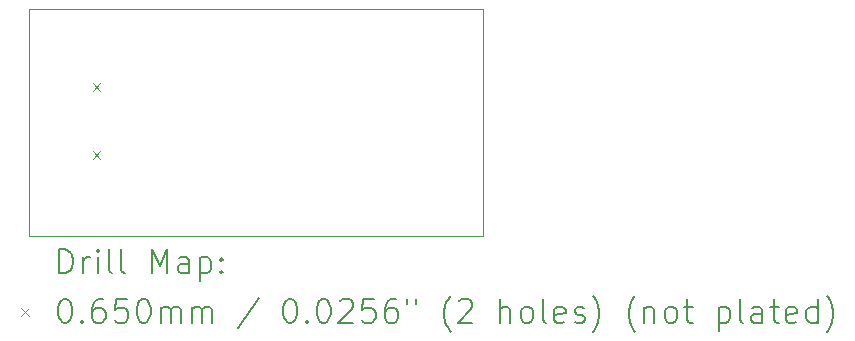
<source format=gbr>
%TF.GenerationSoftware,KiCad,Pcbnew,8.0.8*%
%TF.CreationDate,2025-02-10T14:01:12+00:00*%
%TF.ProjectId,stm32c071devboard,73746d33-3263-4303-9731-646576626f61,rev?*%
%TF.SameCoordinates,Original*%
%TF.FileFunction,Drillmap*%
%TF.FilePolarity,Positive*%
%FSLAX45Y45*%
G04 Gerber Fmt 4.5, Leading zero omitted, Abs format (unit mm)*
G04 Created by KiCad (PCBNEW 8.0.8) date 2025-02-10 14:01:12*
%MOMM*%
%LPD*%
G01*
G04 APERTURE LIST*
%ADD10C,0.050000*%
%ADD11C,0.200000*%
%ADD12C,0.100000*%
G04 APERTURE END LIST*
D10*
X7953900Y-5550000D02*
X11795000Y-5550000D01*
X11795000Y-7475000D01*
X7953900Y-7475000D01*
X7953900Y-5550000D01*
D11*
D12*
X8493000Y-6178500D02*
X8558000Y-6243500D01*
X8558000Y-6178500D02*
X8493000Y-6243500D01*
X8493000Y-6756500D02*
X8558000Y-6821500D01*
X8558000Y-6756500D02*
X8493000Y-6821500D01*
D11*
X8212177Y-7788984D02*
X8212177Y-7588984D01*
X8212177Y-7588984D02*
X8259796Y-7588984D01*
X8259796Y-7588984D02*
X8288367Y-7598508D01*
X8288367Y-7598508D02*
X8307415Y-7617555D01*
X8307415Y-7617555D02*
X8316939Y-7636603D01*
X8316939Y-7636603D02*
X8326462Y-7674698D01*
X8326462Y-7674698D02*
X8326462Y-7703269D01*
X8326462Y-7703269D02*
X8316939Y-7741365D01*
X8316939Y-7741365D02*
X8307415Y-7760412D01*
X8307415Y-7760412D02*
X8288367Y-7779460D01*
X8288367Y-7779460D02*
X8259796Y-7788984D01*
X8259796Y-7788984D02*
X8212177Y-7788984D01*
X8412177Y-7788984D02*
X8412177Y-7655650D01*
X8412177Y-7693746D02*
X8421701Y-7674698D01*
X8421701Y-7674698D02*
X8431224Y-7665174D01*
X8431224Y-7665174D02*
X8450272Y-7655650D01*
X8450272Y-7655650D02*
X8469320Y-7655650D01*
X8535986Y-7788984D02*
X8535986Y-7655650D01*
X8535986Y-7588984D02*
X8526463Y-7598508D01*
X8526463Y-7598508D02*
X8535986Y-7608031D01*
X8535986Y-7608031D02*
X8545510Y-7598508D01*
X8545510Y-7598508D02*
X8535986Y-7588984D01*
X8535986Y-7588984D02*
X8535986Y-7608031D01*
X8659796Y-7788984D02*
X8640748Y-7779460D01*
X8640748Y-7779460D02*
X8631224Y-7760412D01*
X8631224Y-7760412D02*
X8631224Y-7588984D01*
X8764558Y-7788984D02*
X8745510Y-7779460D01*
X8745510Y-7779460D02*
X8735986Y-7760412D01*
X8735986Y-7760412D02*
X8735986Y-7588984D01*
X8993129Y-7788984D02*
X8993129Y-7588984D01*
X8993129Y-7588984D02*
X9059796Y-7731841D01*
X9059796Y-7731841D02*
X9126463Y-7588984D01*
X9126463Y-7588984D02*
X9126463Y-7788984D01*
X9307415Y-7788984D02*
X9307415Y-7684222D01*
X9307415Y-7684222D02*
X9297891Y-7665174D01*
X9297891Y-7665174D02*
X9278844Y-7655650D01*
X9278844Y-7655650D02*
X9240748Y-7655650D01*
X9240748Y-7655650D02*
X9221701Y-7665174D01*
X9307415Y-7779460D02*
X9288367Y-7788984D01*
X9288367Y-7788984D02*
X9240748Y-7788984D01*
X9240748Y-7788984D02*
X9221701Y-7779460D01*
X9221701Y-7779460D02*
X9212177Y-7760412D01*
X9212177Y-7760412D02*
X9212177Y-7741365D01*
X9212177Y-7741365D02*
X9221701Y-7722317D01*
X9221701Y-7722317D02*
X9240748Y-7712793D01*
X9240748Y-7712793D02*
X9288367Y-7712793D01*
X9288367Y-7712793D02*
X9307415Y-7703269D01*
X9402653Y-7655650D02*
X9402653Y-7855650D01*
X9402653Y-7665174D02*
X9421701Y-7655650D01*
X9421701Y-7655650D02*
X9459796Y-7655650D01*
X9459796Y-7655650D02*
X9478844Y-7665174D01*
X9478844Y-7665174D02*
X9488367Y-7674698D01*
X9488367Y-7674698D02*
X9497891Y-7693746D01*
X9497891Y-7693746D02*
X9497891Y-7750888D01*
X9497891Y-7750888D02*
X9488367Y-7769936D01*
X9488367Y-7769936D02*
X9478844Y-7779460D01*
X9478844Y-7779460D02*
X9459796Y-7788984D01*
X9459796Y-7788984D02*
X9421701Y-7788984D01*
X9421701Y-7788984D02*
X9402653Y-7779460D01*
X9583605Y-7769936D02*
X9593129Y-7779460D01*
X9593129Y-7779460D02*
X9583605Y-7788984D01*
X9583605Y-7788984D02*
X9574082Y-7779460D01*
X9574082Y-7779460D02*
X9583605Y-7769936D01*
X9583605Y-7769936D02*
X9583605Y-7788984D01*
X9583605Y-7665174D02*
X9593129Y-7674698D01*
X9593129Y-7674698D02*
X9583605Y-7684222D01*
X9583605Y-7684222D02*
X9574082Y-7674698D01*
X9574082Y-7674698D02*
X9583605Y-7665174D01*
X9583605Y-7665174D02*
X9583605Y-7684222D01*
D12*
X7886400Y-8085000D02*
X7951400Y-8150000D01*
X7951400Y-8085000D02*
X7886400Y-8150000D01*
D11*
X8250272Y-8008984D02*
X8269320Y-8008984D01*
X8269320Y-8008984D02*
X8288367Y-8018508D01*
X8288367Y-8018508D02*
X8297891Y-8028031D01*
X8297891Y-8028031D02*
X8307415Y-8047079D01*
X8307415Y-8047079D02*
X8316939Y-8085174D01*
X8316939Y-8085174D02*
X8316939Y-8132793D01*
X8316939Y-8132793D02*
X8307415Y-8170888D01*
X8307415Y-8170888D02*
X8297891Y-8189936D01*
X8297891Y-8189936D02*
X8288367Y-8199460D01*
X8288367Y-8199460D02*
X8269320Y-8208984D01*
X8269320Y-8208984D02*
X8250272Y-8208984D01*
X8250272Y-8208984D02*
X8231224Y-8199460D01*
X8231224Y-8199460D02*
X8221701Y-8189936D01*
X8221701Y-8189936D02*
X8212177Y-8170888D01*
X8212177Y-8170888D02*
X8202653Y-8132793D01*
X8202653Y-8132793D02*
X8202653Y-8085174D01*
X8202653Y-8085174D02*
X8212177Y-8047079D01*
X8212177Y-8047079D02*
X8221701Y-8028031D01*
X8221701Y-8028031D02*
X8231224Y-8018508D01*
X8231224Y-8018508D02*
X8250272Y-8008984D01*
X8402653Y-8189936D02*
X8412177Y-8199460D01*
X8412177Y-8199460D02*
X8402653Y-8208984D01*
X8402653Y-8208984D02*
X8393129Y-8199460D01*
X8393129Y-8199460D02*
X8402653Y-8189936D01*
X8402653Y-8189936D02*
X8402653Y-8208984D01*
X8583605Y-8008984D02*
X8545510Y-8008984D01*
X8545510Y-8008984D02*
X8526463Y-8018508D01*
X8526463Y-8018508D02*
X8516939Y-8028031D01*
X8516939Y-8028031D02*
X8497891Y-8056603D01*
X8497891Y-8056603D02*
X8488367Y-8094698D01*
X8488367Y-8094698D02*
X8488367Y-8170888D01*
X8488367Y-8170888D02*
X8497891Y-8189936D01*
X8497891Y-8189936D02*
X8507415Y-8199460D01*
X8507415Y-8199460D02*
X8526463Y-8208984D01*
X8526463Y-8208984D02*
X8564558Y-8208984D01*
X8564558Y-8208984D02*
X8583605Y-8199460D01*
X8583605Y-8199460D02*
X8593129Y-8189936D01*
X8593129Y-8189936D02*
X8602653Y-8170888D01*
X8602653Y-8170888D02*
X8602653Y-8123269D01*
X8602653Y-8123269D02*
X8593129Y-8104222D01*
X8593129Y-8104222D02*
X8583605Y-8094698D01*
X8583605Y-8094698D02*
X8564558Y-8085174D01*
X8564558Y-8085174D02*
X8526463Y-8085174D01*
X8526463Y-8085174D02*
X8507415Y-8094698D01*
X8507415Y-8094698D02*
X8497891Y-8104222D01*
X8497891Y-8104222D02*
X8488367Y-8123269D01*
X8783605Y-8008984D02*
X8688367Y-8008984D01*
X8688367Y-8008984D02*
X8678844Y-8104222D01*
X8678844Y-8104222D02*
X8688367Y-8094698D01*
X8688367Y-8094698D02*
X8707415Y-8085174D01*
X8707415Y-8085174D02*
X8755034Y-8085174D01*
X8755034Y-8085174D02*
X8774082Y-8094698D01*
X8774082Y-8094698D02*
X8783605Y-8104222D01*
X8783605Y-8104222D02*
X8793129Y-8123269D01*
X8793129Y-8123269D02*
X8793129Y-8170888D01*
X8793129Y-8170888D02*
X8783605Y-8189936D01*
X8783605Y-8189936D02*
X8774082Y-8199460D01*
X8774082Y-8199460D02*
X8755034Y-8208984D01*
X8755034Y-8208984D02*
X8707415Y-8208984D01*
X8707415Y-8208984D02*
X8688367Y-8199460D01*
X8688367Y-8199460D02*
X8678844Y-8189936D01*
X8916939Y-8008984D02*
X8935986Y-8008984D01*
X8935986Y-8008984D02*
X8955034Y-8018508D01*
X8955034Y-8018508D02*
X8964558Y-8028031D01*
X8964558Y-8028031D02*
X8974082Y-8047079D01*
X8974082Y-8047079D02*
X8983605Y-8085174D01*
X8983605Y-8085174D02*
X8983605Y-8132793D01*
X8983605Y-8132793D02*
X8974082Y-8170888D01*
X8974082Y-8170888D02*
X8964558Y-8189936D01*
X8964558Y-8189936D02*
X8955034Y-8199460D01*
X8955034Y-8199460D02*
X8935986Y-8208984D01*
X8935986Y-8208984D02*
X8916939Y-8208984D01*
X8916939Y-8208984D02*
X8897891Y-8199460D01*
X8897891Y-8199460D02*
X8888367Y-8189936D01*
X8888367Y-8189936D02*
X8878844Y-8170888D01*
X8878844Y-8170888D02*
X8869320Y-8132793D01*
X8869320Y-8132793D02*
X8869320Y-8085174D01*
X8869320Y-8085174D02*
X8878844Y-8047079D01*
X8878844Y-8047079D02*
X8888367Y-8028031D01*
X8888367Y-8028031D02*
X8897891Y-8018508D01*
X8897891Y-8018508D02*
X8916939Y-8008984D01*
X9069320Y-8208984D02*
X9069320Y-8075650D01*
X9069320Y-8094698D02*
X9078844Y-8085174D01*
X9078844Y-8085174D02*
X9097891Y-8075650D01*
X9097891Y-8075650D02*
X9126463Y-8075650D01*
X9126463Y-8075650D02*
X9145510Y-8085174D01*
X9145510Y-8085174D02*
X9155034Y-8104222D01*
X9155034Y-8104222D02*
X9155034Y-8208984D01*
X9155034Y-8104222D02*
X9164558Y-8085174D01*
X9164558Y-8085174D02*
X9183605Y-8075650D01*
X9183605Y-8075650D02*
X9212177Y-8075650D01*
X9212177Y-8075650D02*
X9231225Y-8085174D01*
X9231225Y-8085174D02*
X9240748Y-8104222D01*
X9240748Y-8104222D02*
X9240748Y-8208984D01*
X9335986Y-8208984D02*
X9335986Y-8075650D01*
X9335986Y-8094698D02*
X9345510Y-8085174D01*
X9345510Y-8085174D02*
X9364558Y-8075650D01*
X9364558Y-8075650D02*
X9393129Y-8075650D01*
X9393129Y-8075650D02*
X9412177Y-8085174D01*
X9412177Y-8085174D02*
X9421701Y-8104222D01*
X9421701Y-8104222D02*
X9421701Y-8208984D01*
X9421701Y-8104222D02*
X9431225Y-8085174D01*
X9431225Y-8085174D02*
X9450272Y-8075650D01*
X9450272Y-8075650D02*
X9478844Y-8075650D01*
X9478844Y-8075650D02*
X9497891Y-8085174D01*
X9497891Y-8085174D02*
X9507415Y-8104222D01*
X9507415Y-8104222D02*
X9507415Y-8208984D01*
X9897891Y-7999460D02*
X9726463Y-8256603D01*
X10155034Y-8008984D02*
X10174082Y-8008984D01*
X10174082Y-8008984D02*
X10193129Y-8018508D01*
X10193129Y-8018508D02*
X10202653Y-8028031D01*
X10202653Y-8028031D02*
X10212177Y-8047079D01*
X10212177Y-8047079D02*
X10221701Y-8085174D01*
X10221701Y-8085174D02*
X10221701Y-8132793D01*
X10221701Y-8132793D02*
X10212177Y-8170888D01*
X10212177Y-8170888D02*
X10202653Y-8189936D01*
X10202653Y-8189936D02*
X10193129Y-8199460D01*
X10193129Y-8199460D02*
X10174082Y-8208984D01*
X10174082Y-8208984D02*
X10155034Y-8208984D01*
X10155034Y-8208984D02*
X10135987Y-8199460D01*
X10135987Y-8199460D02*
X10126463Y-8189936D01*
X10126463Y-8189936D02*
X10116939Y-8170888D01*
X10116939Y-8170888D02*
X10107415Y-8132793D01*
X10107415Y-8132793D02*
X10107415Y-8085174D01*
X10107415Y-8085174D02*
X10116939Y-8047079D01*
X10116939Y-8047079D02*
X10126463Y-8028031D01*
X10126463Y-8028031D02*
X10135987Y-8018508D01*
X10135987Y-8018508D02*
X10155034Y-8008984D01*
X10307415Y-8189936D02*
X10316939Y-8199460D01*
X10316939Y-8199460D02*
X10307415Y-8208984D01*
X10307415Y-8208984D02*
X10297891Y-8199460D01*
X10297891Y-8199460D02*
X10307415Y-8189936D01*
X10307415Y-8189936D02*
X10307415Y-8208984D01*
X10440748Y-8008984D02*
X10459796Y-8008984D01*
X10459796Y-8008984D02*
X10478844Y-8018508D01*
X10478844Y-8018508D02*
X10488368Y-8028031D01*
X10488368Y-8028031D02*
X10497891Y-8047079D01*
X10497891Y-8047079D02*
X10507415Y-8085174D01*
X10507415Y-8085174D02*
X10507415Y-8132793D01*
X10507415Y-8132793D02*
X10497891Y-8170888D01*
X10497891Y-8170888D02*
X10488368Y-8189936D01*
X10488368Y-8189936D02*
X10478844Y-8199460D01*
X10478844Y-8199460D02*
X10459796Y-8208984D01*
X10459796Y-8208984D02*
X10440748Y-8208984D01*
X10440748Y-8208984D02*
X10421701Y-8199460D01*
X10421701Y-8199460D02*
X10412177Y-8189936D01*
X10412177Y-8189936D02*
X10402653Y-8170888D01*
X10402653Y-8170888D02*
X10393129Y-8132793D01*
X10393129Y-8132793D02*
X10393129Y-8085174D01*
X10393129Y-8085174D02*
X10402653Y-8047079D01*
X10402653Y-8047079D02*
X10412177Y-8028031D01*
X10412177Y-8028031D02*
X10421701Y-8018508D01*
X10421701Y-8018508D02*
X10440748Y-8008984D01*
X10583606Y-8028031D02*
X10593129Y-8018508D01*
X10593129Y-8018508D02*
X10612177Y-8008984D01*
X10612177Y-8008984D02*
X10659796Y-8008984D01*
X10659796Y-8008984D02*
X10678844Y-8018508D01*
X10678844Y-8018508D02*
X10688368Y-8028031D01*
X10688368Y-8028031D02*
X10697891Y-8047079D01*
X10697891Y-8047079D02*
X10697891Y-8066127D01*
X10697891Y-8066127D02*
X10688368Y-8094698D01*
X10688368Y-8094698D02*
X10574082Y-8208984D01*
X10574082Y-8208984D02*
X10697891Y-8208984D01*
X10878844Y-8008984D02*
X10783606Y-8008984D01*
X10783606Y-8008984D02*
X10774082Y-8104222D01*
X10774082Y-8104222D02*
X10783606Y-8094698D01*
X10783606Y-8094698D02*
X10802653Y-8085174D01*
X10802653Y-8085174D02*
X10850272Y-8085174D01*
X10850272Y-8085174D02*
X10869320Y-8094698D01*
X10869320Y-8094698D02*
X10878844Y-8104222D01*
X10878844Y-8104222D02*
X10888368Y-8123269D01*
X10888368Y-8123269D02*
X10888368Y-8170888D01*
X10888368Y-8170888D02*
X10878844Y-8189936D01*
X10878844Y-8189936D02*
X10869320Y-8199460D01*
X10869320Y-8199460D02*
X10850272Y-8208984D01*
X10850272Y-8208984D02*
X10802653Y-8208984D01*
X10802653Y-8208984D02*
X10783606Y-8199460D01*
X10783606Y-8199460D02*
X10774082Y-8189936D01*
X11059796Y-8008984D02*
X11021701Y-8008984D01*
X11021701Y-8008984D02*
X11002653Y-8018508D01*
X11002653Y-8018508D02*
X10993129Y-8028031D01*
X10993129Y-8028031D02*
X10974082Y-8056603D01*
X10974082Y-8056603D02*
X10964558Y-8094698D01*
X10964558Y-8094698D02*
X10964558Y-8170888D01*
X10964558Y-8170888D02*
X10974082Y-8189936D01*
X10974082Y-8189936D02*
X10983606Y-8199460D01*
X10983606Y-8199460D02*
X11002653Y-8208984D01*
X11002653Y-8208984D02*
X11040749Y-8208984D01*
X11040749Y-8208984D02*
X11059796Y-8199460D01*
X11059796Y-8199460D02*
X11069320Y-8189936D01*
X11069320Y-8189936D02*
X11078844Y-8170888D01*
X11078844Y-8170888D02*
X11078844Y-8123269D01*
X11078844Y-8123269D02*
X11069320Y-8104222D01*
X11069320Y-8104222D02*
X11059796Y-8094698D01*
X11059796Y-8094698D02*
X11040749Y-8085174D01*
X11040749Y-8085174D02*
X11002653Y-8085174D01*
X11002653Y-8085174D02*
X10983606Y-8094698D01*
X10983606Y-8094698D02*
X10974082Y-8104222D01*
X10974082Y-8104222D02*
X10964558Y-8123269D01*
X11155034Y-8008984D02*
X11155034Y-8047079D01*
X11231225Y-8008984D02*
X11231225Y-8047079D01*
X11526463Y-8285174D02*
X11516939Y-8275650D01*
X11516939Y-8275650D02*
X11497891Y-8247079D01*
X11497891Y-8247079D02*
X11488368Y-8228031D01*
X11488368Y-8228031D02*
X11478844Y-8199460D01*
X11478844Y-8199460D02*
X11469320Y-8151841D01*
X11469320Y-8151841D02*
X11469320Y-8113746D01*
X11469320Y-8113746D02*
X11478844Y-8066127D01*
X11478844Y-8066127D02*
X11488368Y-8037555D01*
X11488368Y-8037555D02*
X11497891Y-8018508D01*
X11497891Y-8018508D02*
X11516939Y-7989936D01*
X11516939Y-7989936D02*
X11526463Y-7980412D01*
X11593129Y-8028031D02*
X11602653Y-8018508D01*
X11602653Y-8018508D02*
X11621701Y-8008984D01*
X11621701Y-8008984D02*
X11669320Y-8008984D01*
X11669320Y-8008984D02*
X11688368Y-8018508D01*
X11688368Y-8018508D02*
X11697891Y-8028031D01*
X11697891Y-8028031D02*
X11707415Y-8047079D01*
X11707415Y-8047079D02*
X11707415Y-8066127D01*
X11707415Y-8066127D02*
X11697891Y-8094698D01*
X11697891Y-8094698D02*
X11583606Y-8208984D01*
X11583606Y-8208984D02*
X11707415Y-8208984D01*
X11945510Y-8208984D02*
X11945510Y-8008984D01*
X12031225Y-8208984D02*
X12031225Y-8104222D01*
X12031225Y-8104222D02*
X12021701Y-8085174D01*
X12021701Y-8085174D02*
X12002653Y-8075650D01*
X12002653Y-8075650D02*
X11974082Y-8075650D01*
X11974082Y-8075650D02*
X11955034Y-8085174D01*
X11955034Y-8085174D02*
X11945510Y-8094698D01*
X12155034Y-8208984D02*
X12135987Y-8199460D01*
X12135987Y-8199460D02*
X12126463Y-8189936D01*
X12126463Y-8189936D02*
X12116939Y-8170888D01*
X12116939Y-8170888D02*
X12116939Y-8113746D01*
X12116939Y-8113746D02*
X12126463Y-8094698D01*
X12126463Y-8094698D02*
X12135987Y-8085174D01*
X12135987Y-8085174D02*
X12155034Y-8075650D01*
X12155034Y-8075650D02*
X12183606Y-8075650D01*
X12183606Y-8075650D02*
X12202653Y-8085174D01*
X12202653Y-8085174D02*
X12212177Y-8094698D01*
X12212177Y-8094698D02*
X12221701Y-8113746D01*
X12221701Y-8113746D02*
X12221701Y-8170888D01*
X12221701Y-8170888D02*
X12212177Y-8189936D01*
X12212177Y-8189936D02*
X12202653Y-8199460D01*
X12202653Y-8199460D02*
X12183606Y-8208984D01*
X12183606Y-8208984D02*
X12155034Y-8208984D01*
X12335987Y-8208984D02*
X12316939Y-8199460D01*
X12316939Y-8199460D02*
X12307415Y-8180412D01*
X12307415Y-8180412D02*
X12307415Y-8008984D01*
X12488368Y-8199460D02*
X12469320Y-8208984D01*
X12469320Y-8208984D02*
X12431225Y-8208984D01*
X12431225Y-8208984D02*
X12412177Y-8199460D01*
X12412177Y-8199460D02*
X12402653Y-8180412D01*
X12402653Y-8180412D02*
X12402653Y-8104222D01*
X12402653Y-8104222D02*
X12412177Y-8085174D01*
X12412177Y-8085174D02*
X12431225Y-8075650D01*
X12431225Y-8075650D02*
X12469320Y-8075650D01*
X12469320Y-8075650D02*
X12488368Y-8085174D01*
X12488368Y-8085174D02*
X12497891Y-8104222D01*
X12497891Y-8104222D02*
X12497891Y-8123269D01*
X12497891Y-8123269D02*
X12402653Y-8142317D01*
X12574082Y-8199460D02*
X12593130Y-8208984D01*
X12593130Y-8208984D02*
X12631225Y-8208984D01*
X12631225Y-8208984D02*
X12650272Y-8199460D01*
X12650272Y-8199460D02*
X12659796Y-8180412D01*
X12659796Y-8180412D02*
X12659796Y-8170888D01*
X12659796Y-8170888D02*
X12650272Y-8151841D01*
X12650272Y-8151841D02*
X12631225Y-8142317D01*
X12631225Y-8142317D02*
X12602653Y-8142317D01*
X12602653Y-8142317D02*
X12583606Y-8132793D01*
X12583606Y-8132793D02*
X12574082Y-8113746D01*
X12574082Y-8113746D02*
X12574082Y-8104222D01*
X12574082Y-8104222D02*
X12583606Y-8085174D01*
X12583606Y-8085174D02*
X12602653Y-8075650D01*
X12602653Y-8075650D02*
X12631225Y-8075650D01*
X12631225Y-8075650D02*
X12650272Y-8085174D01*
X12726463Y-8285174D02*
X12735987Y-8275650D01*
X12735987Y-8275650D02*
X12755034Y-8247079D01*
X12755034Y-8247079D02*
X12764558Y-8228031D01*
X12764558Y-8228031D02*
X12774082Y-8199460D01*
X12774082Y-8199460D02*
X12783606Y-8151841D01*
X12783606Y-8151841D02*
X12783606Y-8113746D01*
X12783606Y-8113746D02*
X12774082Y-8066127D01*
X12774082Y-8066127D02*
X12764558Y-8037555D01*
X12764558Y-8037555D02*
X12755034Y-8018508D01*
X12755034Y-8018508D02*
X12735987Y-7989936D01*
X12735987Y-7989936D02*
X12726463Y-7980412D01*
X13088368Y-8285174D02*
X13078844Y-8275650D01*
X13078844Y-8275650D02*
X13059796Y-8247079D01*
X13059796Y-8247079D02*
X13050272Y-8228031D01*
X13050272Y-8228031D02*
X13040749Y-8199460D01*
X13040749Y-8199460D02*
X13031225Y-8151841D01*
X13031225Y-8151841D02*
X13031225Y-8113746D01*
X13031225Y-8113746D02*
X13040749Y-8066127D01*
X13040749Y-8066127D02*
X13050272Y-8037555D01*
X13050272Y-8037555D02*
X13059796Y-8018508D01*
X13059796Y-8018508D02*
X13078844Y-7989936D01*
X13078844Y-7989936D02*
X13088368Y-7980412D01*
X13164558Y-8075650D02*
X13164558Y-8208984D01*
X13164558Y-8094698D02*
X13174082Y-8085174D01*
X13174082Y-8085174D02*
X13193130Y-8075650D01*
X13193130Y-8075650D02*
X13221701Y-8075650D01*
X13221701Y-8075650D02*
X13240749Y-8085174D01*
X13240749Y-8085174D02*
X13250272Y-8104222D01*
X13250272Y-8104222D02*
X13250272Y-8208984D01*
X13374082Y-8208984D02*
X13355034Y-8199460D01*
X13355034Y-8199460D02*
X13345511Y-8189936D01*
X13345511Y-8189936D02*
X13335987Y-8170888D01*
X13335987Y-8170888D02*
X13335987Y-8113746D01*
X13335987Y-8113746D02*
X13345511Y-8094698D01*
X13345511Y-8094698D02*
X13355034Y-8085174D01*
X13355034Y-8085174D02*
X13374082Y-8075650D01*
X13374082Y-8075650D02*
X13402653Y-8075650D01*
X13402653Y-8075650D02*
X13421701Y-8085174D01*
X13421701Y-8085174D02*
X13431225Y-8094698D01*
X13431225Y-8094698D02*
X13440749Y-8113746D01*
X13440749Y-8113746D02*
X13440749Y-8170888D01*
X13440749Y-8170888D02*
X13431225Y-8189936D01*
X13431225Y-8189936D02*
X13421701Y-8199460D01*
X13421701Y-8199460D02*
X13402653Y-8208984D01*
X13402653Y-8208984D02*
X13374082Y-8208984D01*
X13497892Y-8075650D02*
X13574082Y-8075650D01*
X13526463Y-8008984D02*
X13526463Y-8180412D01*
X13526463Y-8180412D02*
X13535987Y-8199460D01*
X13535987Y-8199460D02*
X13555034Y-8208984D01*
X13555034Y-8208984D02*
X13574082Y-8208984D01*
X13793130Y-8075650D02*
X13793130Y-8275650D01*
X13793130Y-8085174D02*
X13812177Y-8075650D01*
X13812177Y-8075650D02*
X13850273Y-8075650D01*
X13850273Y-8075650D02*
X13869320Y-8085174D01*
X13869320Y-8085174D02*
X13878844Y-8094698D01*
X13878844Y-8094698D02*
X13888368Y-8113746D01*
X13888368Y-8113746D02*
X13888368Y-8170888D01*
X13888368Y-8170888D02*
X13878844Y-8189936D01*
X13878844Y-8189936D02*
X13869320Y-8199460D01*
X13869320Y-8199460D02*
X13850273Y-8208984D01*
X13850273Y-8208984D02*
X13812177Y-8208984D01*
X13812177Y-8208984D02*
X13793130Y-8199460D01*
X14002653Y-8208984D02*
X13983606Y-8199460D01*
X13983606Y-8199460D02*
X13974082Y-8180412D01*
X13974082Y-8180412D02*
X13974082Y-8008984D01*
X14164558Y-8208984D02*
X14164558Y-8104222D01*
X14164558Y-8104222D02*
X14155034Y-8085174D01*
X14155034Y-8085174D02*
X14135987Y-8075650D01*
X14135987Y-8075650D02*
X14097892Y-8075650D01*
X14097892Y-8075650D02*
X14078844Y-8085174D01*
X14164558Y-8199460D02*
X14145511Y-8208984D01*
X14145511Y-8208984D02*
X14097892Y-8208984D01*
X14097892Y-8208984D02*
X14078844Y-8199460D01*
X14078844Y-8199460D02*
X14069320Y-8180412D01*
X14069320Y-8180412D02*
X14069320Y-8161365D01*
X14069320Y-8161365D02*
X14078844Y-8142317D01*
X14078844Y-8142317D02*
X14097892Y-8132793D01*
X14097892Y-8132793D02*
X14145511Y-8132793D01*
X14145511Y-8132793D02*
X14164558Y-8123269D01*
X14231225Y-8075650D02*
X14307415Y-8075650D01*
X14259796Y-8008984D02*
X14259796Y-8180412D01*
X14259796Y-8180412D02*
X14269320Y-8199460D01*
X14269320Y-8199460D02*
X14288368Y-8208984D01*
X14288368Y-8208984D02*
X14307415Y-8208984D01*
X14450273Y-8199460D02*
X14431225Y-8208984D01*
X14431225Y-8208984D02*
X14393130Y-8208984D01*
X14393130Y-8208984D02*
X14374082Y-8199460D01*
X14374082Y-8199460D02*
X14364558Y-8180412D01*
X14364558Y-8180412D02*
X14364558Y-8104222D01*
X14364558Y-8104222D02*
X14374082Y-8085174D01*
X14374082Y-8085174D02*
X14393130Y-8075650D01*
X14393130Y-8075650D02*
X14431225Y-8075650D01*
X14431225Y-8075650D02*
X14450273Y-8085174D01*
X14450273Y-8085174D02*
X14459796Y-8104222D01*
X14459796Y-8104222D02*
X14459796Y-8123269D01*
X14459796Y-8123269D02*
X14364558Y-8142317D01*
X14631225Y-8208984D02*
X14631225Y-8008984D01*
X14631225Y-8199460D02*
X14612177Y-8208984D01*
X14612177Y-8208984D02*
X14574082Y-8208984D01*
X14574082Y-8208984D02*
X14555034Y-8199460D01*
X14555034Y-8199460D02*
X14545511Y-8189936D01*
X14545511Y-8189936D02*
X14535987Y-8170888D01*
X14535987Y-8170888D02*
X14535987Y-8113746D01*
X14535987Y-8113746D02*
X14545511Y-8094698D01*
X14545511Y-8094698D02*
X14555034Y-8085174D01*
X14555034Y-8085174D02*
X14574082Y-8075650D01*
X14574082Y-8075650D02*
X14612177Y-8075650D01*
X14612177Y-8075650D02*
X14631225Y-8085174D01*
X14707415Y-8285174D02*
X14716939Y-8275650D01*
X14716939Y-8275650D02*
X14735987Y-8247079D01*
X14735987Y-8247079D02*
X14745511Y-8228031D01*
X14745511Y-8228031D02*
X14755034Y-8199460D01*
X14755034Y-8199460D02*
X14764558Y-8151841D01*
X14764558Y-8151841D02*
X14764558Y-8113746D01*
X14764558Y-8113746D02*
X14755034Y-8066127D01*
X14755034Y-8066127D02*
X14745511Y-8037555D01*
X14745511Y-8037555D02*
X14735987Y-8018508D01*
X14735987Y-8018508D02*
X14716939Y-7989936D01*
X14716939Y-7989936D02*
X14707415Y-7980412D01*
M02*

</source>
